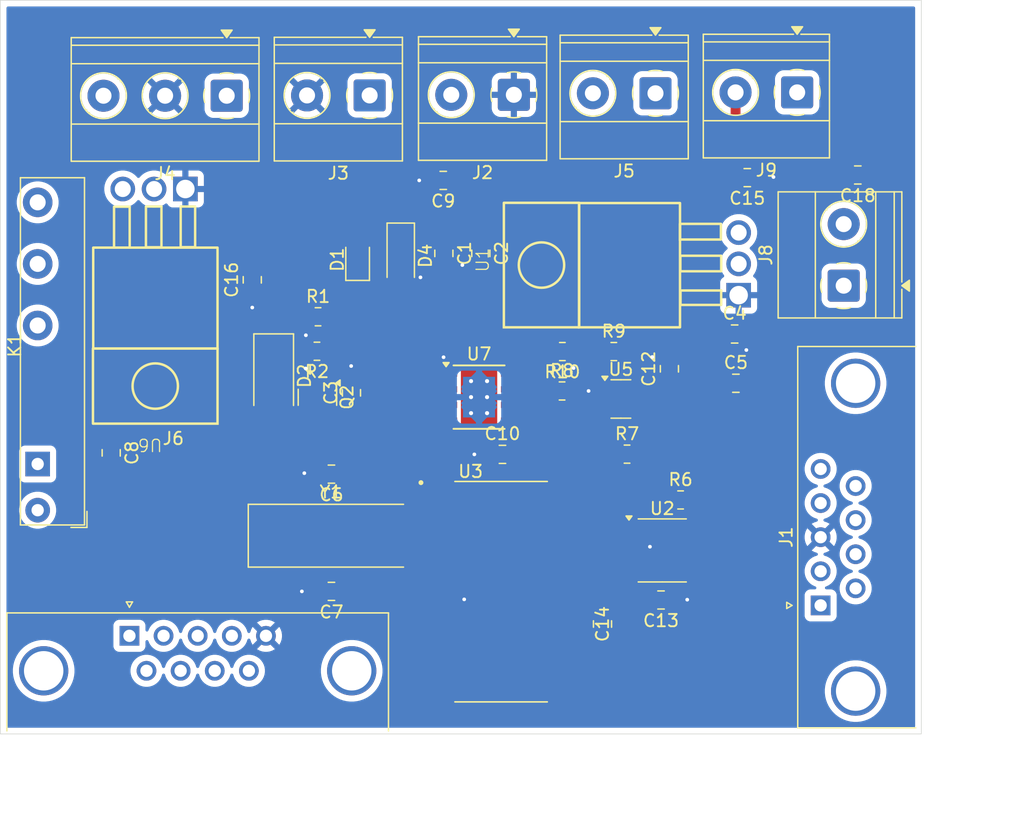
<source format=kicad_pcb>
(kicad_pcb (version 20241229) (generator "pcbnew") (generator_version "9.0")
  (layers (0 "F.Cu" signal) (2 "B.Cu" signal) (13 "F.Paste" user) (15 "B.Paste" user) (5 "F.SilkS" user "F.Silkscreen") (7 "B.SilkS" user "B.Silkscreen") (1 "F.Mask" user) (3 "B.Mask" user) (25 "Edge.Cuts" user))
  (net 0 "")
  (net 1 "GND")
  (net 2 "VBAT")
  (net 3 "Sensor_Pie_12V")
  (net 4 "VCC")
  (net 5 "Osc_1")
  (net 6 "VBATERIA")
  (net 7 "Net-(D2-A)")
  (net 9 "CAN+")
  (net 13 "CAN-")
  (net 15 "VRth")
  (net 16 "Motor-")
  (net 17 "Motor+")
  (net 19 "RX_USART")
  (net 25 "TX_USART")
  (net 26 "SENAL_RELE")
  (net 27 "Manual_Close")
  (net 28 "Net-(Q2-B)")
  (net 29 "INPUT_RELE")
  (net 30 "Net-(U2-Rs)")
  (net 31 "SENSE")
  (net 32 "Vopam")
  (net 34 "CAN_RX")
  (net 35 "CAN_TX")
  (net 36 "Sensor_Pie")
  (net 37 "PH_B")
  (net 38 "PH_A")
  (net 49 "Osc_2")
  (footprint "Resistor_SMD:R_0805_2012Metric" (layer "F.Cu") (at 78.3675 59.355)
    (property "Reference" "R7" (at 0 -1.65 0) (layer "F.SilkS"))
    (property "Value" "60")
    (pad "1" smd roundrect (at -0.9125 0) (size 1.025 1.4) (layers "F.Cu" "F.Mask" "F.Paste") (roundrect_rratio 0.243902) (net 9 "CAN+"))
    (pad "2" smd roundrect (at 0.9125 0) (size 1.025 1.4) (layers "F.Cu" "F.Mask" "F.Paste") (roundrect_rratio 0.243902) (net 13 "CAN-"))
  )
  (footprint "Capacitor_SMD:C_0805_2012Metric" (layer "F.Cu") (at 81.125 71.2 180)
    (property "Reference" "C13" (at 0 -1.68 0) (layer "F.SilkS"))
    (property "Value" "100n")
    (pad "1" smd roundrect (at -0.95 0 180) (size 1 1.45) (layers "F.Cu" "F.Mask" "F.Paste") (net 1 "GND"))
    (pad "2" smd roundrect (at 0.95 0 180) (size 1 1.45) (layers "F.Cu" "F.Mask" "F.Paste") (net 4 "VCC"))
  )
  (footprint "Diode_SMD:D_0805_2012Metric" (layer "F.Cu") (at 56.5 43.5625 90)
    (property "Reference" "D1" (at 0 -1.65 90) (layer "F.SilkS"))
    (property "Value" "RF601BGE2D")
    (pad "1" smd roundrect (at -0.9375 0 90) (size 0.975 1.4) (layers "F.Cu" "F.Mask" "F.Paste") (net 2 "VBAT"))
    (pad "2" smd roundrect (at 0.9375 0 90) (size 0.975 1.4) (layers "F.Cu" "F.Mask" "F.Paste") (net 6 "VBATERIA"))
  )
  (footprint "Package_SO:Texas_HTSOP-8-1EP_3.9x4.9mm_P1.27mm_EP2.95x4.9mm_Mask2.4x3.1mm_ThermalVias" (layer "F.Cu") (at 66.355 54.725)
    (property "Reference" "U7" (at 0 -3.5 0) (layer "F.SilkS"))
    (property "Value" "DRV8870DDA")
    (pad "1" smd rect (at -2.875 -1.905) (size 2.2 0.5) (layers "F.Cu" "F.Mask" "F.Paste") (net 1 "GND"))
    (pad "2" smd rect (at -2.875 -0.635) (size 2.2 0.5) (layers "F.Cu" "F.Mask" "F.Paste") (net 37 "PH_B"))
    (pad "3" smd rect (at -2.875 0.635) (size 2.2 0.5) (layers "F.Cu" "F.Mask" "F.Paste") (net 38 "PH_A"))
    (pad "4" smd rect (at -2.875 1.905) (size 2.2 0.5) (layers "F.Cu" "F.Mask" "F.Paste"))
    (pad "5" smd rect (at 2.875 1.905) (size 2.2 0.5) (layers "F.Cu" "F.Mask" "F.Paste") (net 2 "VBAT"))
    (pad "6" smd rect (at 2.875 0.635) (size 2.2 0.5) (layers "F.Cu" "F.Mask" "F.Paste") (net 17 "Motor+"))
    (pad "7" smd rect (at 2.875 -0.635) (size 2.2 0.5) (layers "F.Cu" "F.Mask" "F.Paste") (net 31 "SENSE"))
    (pad "8" smd rect (at 2.875 -1.905) (size 2.2 0.5) (layers "F.Cu" "F.Mask" "F.Paste") (net 16 "Motor-"))
    (pad "9" thru_hole circle (at -0.65 -1.3) (size 0.63 0.63) (drill 0.33) (layers "*.Cu" "*.Mask") (net 1 "GND"))
    (pad "9" thru_hole circle (at -0.65 0) (size 0.63 0.63) (drill 0.33) (layers "*.Cu" "*.Mask") (net 1 "GND"))
    (pad "9" thru_hole circle (at -0.65 1.3) (size 0.63 0.63) (drill 0.33) (layers "*.Cu" "*.Mask") (net 1 "GND"))
    (pad "9" smd rect (at 0 0) (size 2.6 3.3) (layers "B.Cu") (net 1 "GND"))
    (pad "9" smd rect (at 0 0) (size 2.95 4.9) (layers "F.Cu") (net 1 "GND"))
    (pad "9" thru_hole circle (at 0.65 -1.3) (size 0.63 0.63) (drill 0.33) (layers "*.Cu" "*.Mask") (net 1 "GND"))
    (pad "9" thru_hole circle (at 0.65 0) (size 0.63 0.63) (drill 0.33) (layers "*.Cu" "*.Mask") (net 1 "GND"))
    (pad "9" thru_hole circle (at 0.65 1.3) (size 0.63 0.63) (drill 0.33) (layers "*.Cu" "*.Mask") (net 1 "GND"))
  )
  (footprint "Capacitor_SMD:C_0805_2012Metric" (layer "F.Cu") (at 81.805 52.425 90)
    (property "Reference" "C12" (at 0 -1.68 90) (layer "F.SilkS"))
    (property "Value" "100n")
    (pad "1" smd roundrect (at -0.95 0 90) (size 1 1.45) (layers "F.Cu" "F.Mask" "F.Paste") (net 4 "VCC"))
    (pad "2" smd roundrect (at 0.95 0 90) (size 1 1.45) (layers "F.Cu" "F.Mask" "F.Paste") (net 1 "GND"))
  )
  (footprint "Capacitor_SMD:C_0805_2012Metric" (layer "F.Cu") (at 76.375 73.15 90)
    (property "Reference" "C14" (at 0 0 90) (layer "F.SilkS"))
    (property "Value" "100n")
    (pad "1" smd roundrect (at -0.95 0 90) (size 1 1.45) (layers "F.Cu" "F.Mask" "F.Paste") (net 1 "GND"))
    (pad "2" smd roundrect (at 0.95 0 90) (size 1 1.45) (layers "F.Cu" "F.Mask" "F.Paste") (net 4 "VCC"))
  )
  (footprint "Capacitor_SMD:C_0805_2012Metric" (layer "F.Cu") (at 63.45 37.125 180)
    (property "Reference" "C9" (at 0 -1.68 0) (layer "F.SilkS"))
    (property "Value" "100n")
    (pad "1" smd roundrect (at -0.95 0 180) (size 1 1.45) (layers "F.Cu" "F.Mask" "F.Paste") (net 15 "VRth"))
    (pad "2" smd roundrect (at 0.95 0 180) (size 1 1.45) (layers "F.Cu" "F.Mask" "F.Paste") (net 1 "GND"))
  )
  (footprint "Resistor_SMD:R_0805_2012Metric" (layer "F.Cu") (at 53.2875 48.2)
    (property "Reference" "R1" (at 0 -1.65 0) (layer "F.SilkS"))
    (property "Value" "10k")
    (pad "1" smd roundrect (at -0.9125 0) (size 1.025 1.4) (layers "F.Cu" "F.Mask" "F.Paste") (roundrect_rratio 0.243902) (net 29 "INPUT_RELE"))
    (pad "2" smd roundrect (at 0.9125 0) (size 1.025 1.4) (layers "F.Cu" "F.Mask" "F.Paste") (roundrect_rratio 0.243902) (net 28 "Net-(Q2-B)"))
  )
  (footprint "Resistor_SMD:R_0805_2012Metric" (layer "F.Cu") (at 77.2925 51.025)
    (property "Reference" "R9" (at 0 -1.65 0) (layer "F.SilkS"))
    (property "Value" "49k")
    (pad "1" smd roundrect (at -0.9125 0) (size 1.025 1.4) (layers "F.Cu" "F.Mask" "F.Paste") (roundrect_rratio 0.243902) (net 31 "SENSE"))
    (pad "2" smd roundrect (at 0.9125 0) (size 1.025 1.4) (layers "F.Cu" "F.Mask" "F.Paste") (roundrect_rratio 0.243902) (net 32 "Vopam"))
  )
  (footprint "TerminalBlock_Phoenix:TerminalBlock_Phoenix_MKDS-1,5-2-5.08_1x02_P5.08mm_Horizontal" (layer "F.Cu") (at 69.18 30.175 180)
    (property "Reference" "J2" (at 2.54 -6.32 0) (layer "F.SilkS"))
    (property "Value" "Conn_01x02")
    (pad "1" thru_hole roundrect (at 0 0 180) (size 2.6 2.6) (drill 1.3) (layers "*.Cu" "*.Mask") (roundrect_rratio 0.096154) (net 1 "GND"))
    (pad "2" thru_hole circle (at 5.08 0 180) (size 2.6 2.6) (drill 1.3) (layers "*.Cu" "*.Mask") (net 15 "VRth"))
  )
  (footprint "Capacitor_SMD:C_0805_2012Metric" (layer "F.Cu") (at 36.5 59.25 -90)
    (property "Reference" "C8" (at 0 -1.68 90) (layer "F.SilkS"))
    (property "Value" "100n")
    (pad "1" smd roundrect (at -0.95 0 270) (size 1 1.45) (layers "F.Cu" "F.Mask" "F.Paste") (net 4 "VCC"))
    (pad "2" smd roundrect (at 0.95 0 270) (size 1 1.45) (layers "F.Cu" "F.Mask" "F.Paste") (net 1 "GND"))
  )
  (footprint "Capacitor_SMD:C_0805_2012Metric" (layer "F.Cu") (at 63.5 43.05 -90)
    (property "Reference" "C1" (at 0 -1.68 90) (layer "F.SilkS"))
    (property "Value" "100n")
    (pad "1" smd roundrect (at -0.95 0 270) (size 1 1.45) (layers "F.Cu" "F.Mask" "F.Paste") (net 2 "VBAT"))
    (pad "2" smd roundrect (at 0.95 0 270) (size 1 1.45) (layers "F.Cu" "F.Mask" "F.Paste") (net 1 "GND"))
  )
  (footprint "TerminalBlock_Phoenix:TerminalBlock_Phoenix_MKDS-1,5-2_1x02_P5.00mm_Horizontal" (layer "F.Cu") (at 95.95 45.675 90)
    (property "Reference" "J8" (at 2.5 -6.32 90) (layer "F.SilkS"))
    (property "Value" "Conn_01x02")
    (pad "1" thru_hole roundrect (at 0 0 90) (size 2.6 2.6) (drill 1.3) (layers "*.Cu" "*.Mask") (roundrect_rratio 0.096154) (net 26 "SENAL_RELE"))
    (pad "2" thru_hole circle (at 5 0 90) (size 2.6 2.6) (drill 1.3) (layers "*.Cu" "*.Mask") (net 4 "VCC"))
  )
  (footprint "Capacitor_SMD:C_0805_2012Metric" (layer "F.Cu") (at 54.375 60.98 180)
    (property "Reference" "C6" (at 0 -1.68 0) (layer "F.SilkS"))
    (property "Value" "15pF")
    (pad "1" smd roundrect (at -0.95 0 180) (size 1 1.45) (layers "F.Cu" "F.Mask" "F.Paste") (net 5 "Osc_1"))
    (pad "2" smd roundrect (at 0.95 0 180) (size 1 1.45) (layers "F.Cu" "F.Mask" "F.Paste") (net 1 "GND"))
  )
  (footprint "Capacitor_SMD:C_0805_2012Metric" (layer "F.Cu") (at 87.2 53.6)
    (property "Reference" "C5" (at 0 -1.68 0) (layer "F.SilkS"))
    (property "Value" "1u")
    (pad "1" smd roundrect (at -0.95 0) (size 1 1.45) (layers "F.Cu" "F.Mask" "F.Paste") (net 4 "VCC"))
    (pad "2" smd roundrect (at 0.95 0) (size 1 1.45) (layers "F.Cu" "F.Mask" "F.Paste") (net 1 "GND"))
  )
  (footprint "Capacitor_SMD:C_0805_2012Metric" (layer "F.Cu") (at 68.255 59.375)
    (property "Reference" "C10" (at 0 -1.68 0) (layer "F.SilkS"))
    (property "Value" "100n")
    (pad "1" smd roundrect (at -0.95 0) (size 1 1.45) (layers "F.Cu" "F.Mask" "F.Paste") (net 1 "GND"))
    (pad "2" smd roundrect (at 0.95 0) (size 1 1.45) (layers "F.Cu" "F.Mask" "F.Paste") (net 2 "VBAT"))
  )
  (footprint "Library:LT1117" (layer "F.Cu") (at 39.98 62.425 180)
    (property "Reference" "U6" (at 0.32 3.82 180) (layer "F.SilkS") (effects (font (thickness 0.1))))
    (property "Value" "LM1084-5.0")
    (pad "1" thru_hole rect (at -2.54 24.6 180) (size 2 2) (drill 1.5) (layers "*.Cu" "*.Mask") (net 1 "GND"))
    (pad "2" thru_hole circle (at 0 24.6 180) (size 2 2) (drill 1.3) (layers "*.Cu" "*.Mask") (net 36 "Sensor_Pie"))
    (pad "3" thru_hole circle (at 2.54 24.6 180) (size 2 2) (drill 1.3) (layers "*.Cu" "*.Mask") (net 3 "Sensor_Pie_12V"))
  )
  (footprint "Capacitor_SMD:C_0805_2012Metric" (layer "F.Cu") (at 88.125 36.9 180)
    (property "Reference" "C15" (at 0 -1.68 0) (layer "F.SilkS"))
    (property "Value" "100n")
    (pad "1" smd roundrect (at -0.95 0 180) (size 1 1.45) (layers "F.Cu" "F.Mask" "F.Paste") (net 1 "GND"))
    (pad "2" smd roundrect (at 0.95 0 180) (size 1 1.45) (layers "F.Cu" "F.Mask" "F.Paste") (net 4 "VCC"))
  )
  (footprint "Capacitor_SMD:C_0805_2012Metric" (layer "F.Cu") (at 47.95 45.2 90)
    (property "Reference" "C16" (at 0 -1.68 90) (layer "F.SilkS"))
    (property "Value" "100n")
    (pad "1" smd roundrect (at -0.95 0 90) (size 1 1.45) (layers "F.Cu" "F.Mask" "F.Paste") (net 1 "GND"))
    (pad "2" smd roundrect (at 0.95 0 90) (size 1 1.45) (layers "F.Cu" "F.Mask" "F.Paste") (net 2 "VBAT"))
  )
  (footprint "Capacitor_SMD:C_0805_2012Metric" (layer "F.Cu") (at 56 54.375 90)
    (property "Reference" "C3" (at 0 -1.68 90) (layer "F.SilkS"))
    (property "Value" "100n")
    (pad "1" smd roundrect (at -0.95 0 90) (size 1 1.45) (layers "F.Cu" "F.Mask" "F.Paste") (net 3 "Sensor_Pie_12V"))
    (pad "2" smd roundrect (at 0.95 0 90) (size 1 1.45) (layers "F.Cu" "F.Mask" "F.Paste") (net 1 "GND"))
  )
  (footprint "Crystal:Crystal_SMD_HC49-SD" (layer "F.Cu") (at 54.325 65.98)
    (property "Reference" "Y1" (at 0 -3.55 0) (layer "F.SilkS"))
    (property "Value" "4MHz")
    (pad "1" smd rect (at -4.25 0) (size 4.5 2) (layers "F.Cu" "F.Mask" "F.Paste") (net 49 "Osc_2"))
    (pad "2" smd rect (at 4.25 0) (size 4.5 2) (layers "F.Cu" "F.Mask" "F.Paste") (net 5 "Osc_1"))
  )
  (footprint "TerminalBlock_Phoenix:TerminalBlock_Phoenix_MKDS-1,5-2-5.08_1x02_P5.08mm_Horizontal" (layer "F.Cu") (at 80.675 30.05 180)
    (property "Reference" "J5" (at 2.54 -6.32 0) (layer "F.SilkS"))
    (property "Value" "Conn_01x02")
    (pad "1" thru_hole roundrect (at 0 0 180) (size 2.6 2.6) (drill 1.3) (layers "*.Cu" "*.Mask") (roundrect_rratio 0.096154) (net 16 "Motor-"))
    (pad "2" thru_hole circle (at 5.08 0 180) (size 2.6 2.6) (drill 1.3) (layers "*.Cu" "*.Mask") (net 17 "Motor+"))
  )
  (footprint "Resistor_SMD:R_0805_2012Metric" (layer "F.Cu") (at 53.2 51 180)
    (property "Reference" "R2" (at 0 -1.65 0) (layer "F.SilkS"))
    (property "Value" "10k")
    (pad "1" smd roundrect (at -0.9125 0 180) (size 1.025 1.4) (layers "F.Cu" "F.Mask" "F.Paste") (roundrect_rratio 0.243902) (net 28 "Net-(Q2-B)"))
    (pad "2" smd roundrect (at 0.9125 0 180) (size 1.025 1.4) (layers "F.Cu" "F.Mask" "F.Paste") (roundrect_rratio 0.243902) (net 1 "GND"))
  )
  (footprint "Connector_Dsub:DSUB-9_Pins_Horizontal_P2.77x2.84mm_EdgePinOffset4.94mm_Housed_MountingHolesOffset4.94mm" (layer "F.Cu") (at 94.079669 71.64 90)
    (property "Reference" "J1" (at 5.54 -2.8 90) (layer "F.SilkS"))
    (property "Value" "DE9_Pins")
    (pad "0" thru_hole circle (at -6.96 2.84 90) (size 4 4) (drill 3.2) (layers "*.Cu" "*.Mask"))
    (pad "0" thru_hole circle (at 18.04 2.84 90) (size 4 4) (drill 3.2) (layers "*.Cu" "*.Mask"))
    (pad "1" thru_hole rect (at 0 0 90) (size 1.6 1.6) (drill 1) (layers "*.Cu" "*.Mask"))
    (pad "2" thru_hole circle (at 2.77 0 90) (size 1.6 1.6) (drill 1) (layers "*.Cu" "*.Mask") (net 9 "CAN+"))
    (pad "3" thru_hole circle (at 5.54 0 90) (size 1.6 1.6) (drill 1) (layers "*.Cu" "*.Mask") (net 1 "GND"))
    (pad "4" thru_hole circle (at 8.31 0 90) (size 1.6 1.6) (drill 1) (layers "*.Cu" "*.Mask"))
    (pad "5" thru_hole circle (at 11.08 0 90) (size 1.6 1.6) (drill 1) (layers "*.Cu" "*.Mask"))
    (pad "6" thru_hole circle (at 1.385 2.84 90) (size 1.6 1.6) (drill 1) (layers "*.Cu" "*.Mask"))
    (pad "7" thru_hole circle (at 4.155 2.84 90) (size 1.6 1.6) (drill 1) (layers "*.Cu" "*.Mask") (net 13 "CAN-"))
    (pad "8" thru_hole circle (at 6.925 2.84 90) (size 1.6 1.6) (drill 1) (layers "*.Cu" "*.Mask"))
    (pad "9" thru_hole circle (at 9.695 2.84 90) (size 1.6 1.6) (drill 1) (layers "*.Cu" "*.Mask") (net 4 "VCC"))
  )
  (footprint "Relay_THT:Relay_SPDT_Finder_34.51_Vertical" (layer "F.Cu") (at 30.5325 60.1575 90)
    (property "Reference" "K1" (at 9.635 -1.86 90) (layer "F.SilkS"))
    (property "Value" "FINDER-34.51")
    (pad "11" thru_hole circle (at 16.25 0 90) (size 2.4 2.4) (drill 1.3) (layers "*.Cu" "*.Mask") (net 2 "VBAT"))
    (pad "12" thru_hole circle (at 11.25 0 90) (size 2.4 2.4) (drill 1.3) (layers "*.Cu" "*.Mask") (net 2 "VBAT"))
    (pad "14" thru_hole circle (at 21.25 0 90) (size 2.4 2.4) (drill 1.3) (layers "*.Cu" "*.Mask") (net 15 "VRth"))
    (pad "A1" thru_hole rect (at 0 0 90) (size 2 2) (drill 1) (layers "*.Cu" "*.Mask") (net 4 "VCC"))
    (pad "A2" thru_hole circle (at -3.75 0 90) (size 2 2) (drill 1) (layers "*.Cu" "*.Mask") (net 7 "Net-(D2-A)"))
  )
  (footprint "Package_TO_SOT_SMD:SOT-23-5" (layer "F.Cu") (at 77.8675 54.875)
    (property "Reference" "U5" (at 0 -2.4 0) (layer "F.SilkS"))
    (property "Value" "LM321")
    (pad "1" smd roundrect (at -1.1375 -0.95) (size 1.325 0.6) (layers "F.Cu" "F.Mask" "F.Paste") (net 31 "SENSE"))
    (pad "2" smd roundrect (at -1.1375 0) (size 1.325 0.6) (layers "F.Cu" "F.Mask" "F.Paste") (net 1 "GND"))
    (pad "3" smd roundrect (at -1.1375 0.95) (size 1.325 0.6) (layers "F.Cu" "F.Mask" "F.Paste") (net 1 "GND"))
    (pad "4" smd roundrect (at 1.1375 0.95) (size 1.325 0.6) (layers "F.Cu" "F.Mask" "F.Paste") (net 32 "Vopam"))
    (pad "5" smd roundrect (at 1.1375 -0.95) (size 1.325 0.6) (layers "F.Cu" "F.Mask" "F.Paste") (net 4 "VCC"))
  )
  (footprint "Resistor_SMD:R_0805_2012Metric" (layer "F.Cu") (at 73.1175 51.025 180)
    (property "Reference" "R10" (at 0 -1.65 0) (layer "F.SilkS"))
    (property "Value" "1k")
    (pad "1" smd roundrect (at -0.9125 0 180) (size 1.025 1.4) (layers "F.Cu" "F.Mask" "F.Paste") (roundrect_rratio 0.243902) (net 1 "GND"))
    (pad "2" smd roundrect (at 0.9125 0 180) (size 1.025 1.4) (layers "F.Cu" "F.Mask" "F.Paste") (roundrect_rratio 0.243902) (net 31 "SENSE"))
  )
  (footprint "Capacitor_SMD:C_0805_2012Metric" (layer "F.Cu") (at 54.375 70.5 180)
    (property "Reference" "C7" (at 0 -1.68 0) (layer "F.SilkS"))
    (property "Value" "15pF")
    (pad "1" smd roundrect (at -0.95 0 180) (size 1 1.45) (layers "F.Cu" "F.Mask" "F.Paste") (net 49 "Osc_2"))
    (pad "2" smd roundrect (at 0.95 0 180) (size 1 1.45) (layers "F.Cu" "F.Mask" "F.Paste") (net 1 "GND"))
  )
  (footprint "Capacitor_SMD:C_0805_2012Metric" (layer "F.Cu") (at 87.1 49.6)
    (property "Reference" "C4" (at 0 -1.68 0) (layer "F.SilkS"))
    (property "Value" "100n")
    (pad "1" smd roundrect (at -0.95 0) (size 1 1.45) (layers "F.Cu" "F.Mask" "F.Paste") (net 4 "VCC"))
    (pad "2" smd roundrect (at 0.95 0) (size 1 1.45) (layers "F.Cu" "F.Mask" "F.Paste") (net 1 "GND"))
  )
  (footprint "TerminalBlock_Phoenix:TerminalBlock_Phoenix_MKDS-1,5-3_1x03_P5.00mm_Horizontal" (layer "F.Cu") (at 45.875 30.25 180)
    (property "Reference" "J4" (at 5 -6.32 0) (layer "F.SilkS"))
    (property "Value" "Conn_01x03")
    (pad "1" thru_hole roundrect (at 0 0 180) (size 2.6 2.6) (drill 1.3) (layers "*.Cu" "*.Mask") (roundrect_rratio 0.096154) (net 2 "VBAT"))
    (pad "2" thru_hole circle (at 5 0 180) (size 2.6 2.6) (drill 1.3) (layers "*.Cu" "*.Mask") (net 1 "GND"))
    (pad "3" thru_hole circle (at 10 0 180) (size 2.6 2.6) (drill 1.3) (layers "*.Cu" "*.Mask") (net 3 "Sensor_Pie_12V"))
  )
  (footprint "Library:LT1117" (layer "F.Cu") (at 62.825 43.905 90)
    (property "Reference" "U1" (at 0.32 3.82 90) (layer "F.SilkS") (effects (font (thickness 0.1))))
    (property "Value" "LM1084-5.0")
    (pad "1" thru_hole rect (at -2.54 24.6 90) (size 2 2) (drill 1.5) (layers "*.Cu" "*.Mask") (net 1 "GND"))
    (pad "2" thru_hole circle (at 0 24.6 90) (size 2 2) (drill 1.3) (layers "*.Cu" "*.Mask") (net 4 "VCC"))
    (pad "3" thru_hole circle (at 2.54 24.6 90) (size 2 2) (drill 1.3) (layers "*.Cu" "*.Mask") (net 2 "VBAT"))
  )
  (footprint "Diode_SMD:D_MiniMELF" (layer "F.Cu") (at 60 43.25 -90)
    (property "Reference" "D4" (at 0 -2 90) (layer "F.SilkS"))
    (property "Value" "BZV55C12")
    (pad "1" smd roundrect (at -1.75 0 270) (size 1.3 1.7) (layers "F.Cu" "F.Mask" "F.Paste") (roundrect_rratio 0.1923076923) (net 2 "VBAT"))
    (pad "2" smd roundrect (at 1.75 0 270) (size 1.3 1.7) (layers "F.Cu" "F.Mask" "F.Paste") (roundrect_rratio 0.1923076923) (net 1 "GND"))
  )
  (footprint "Diode_SMD:D_MELF" (layer "F.Cu") (at 49.6875 53 -90)
    (property "Reference" "D2" (at 0 -2.5 90) (layer "F.SilkS"))
    (property "Value" "SM4001")
    (pad "1" smd roundrect (at -2.4 0 270) (size 1.5 2.7) (layers "F.Cu" "F.Mask" "F.Paste") (roundrect_rratio 0.1666666667) (net 4 "VCC"))
    (pad "2" smd roundrect (at 2.4 0 270) (size 1.5 2.7) (layers "F.Cu" "F.Mask" "F.Paste") (roundrect_rratio 0.1666666667) (net 7 "Net-(D2-A)"))
  )
  (footprint "Capacitor_SMD:C_0805_2012Metric" (layer "F.Cu") (at 66.5 43.05 -90)
    (property "Reference" "C2" (at 0 -1.68 90) (layer "F.SilkS"))
    (property "Value" "1u")
    (pad "1" smd roundrect (at -0.95 0 270) (size 1 1.45) (layers "F.Cu" "F.Mask" "F.Paste") (net 2 "VBAT"))
    (pad "2" smd roundrect (at 0.95 0 270) (size 1 1.45) (layers "F.Cu" "F.Mask" "F.Paste") (net 1 "GND"))
  )
  (footprint "Resistor_SMD:R_0805_2012Metric" (layer "F.Cu") (at 73.0925 54.225)
    (property "Reference" "R8" (at 0 -1.65 0) (layer "F.SilkS"))
    (property "Value" "0.1")
    (pad "1" smd roundrect (at -0.9125 0) (size 1.025 1.4) (layers "F.Cu" "F.Mask" "F.Paste") (roundrect_rratio 0.243902) (net 31 "SENSE"))
    (pad "2" smd roundrect (at 0.9125 0) (size 1.025 1.4) (layers "F.Cu" "F.Mask" "F.Paste") (roundrect_rratio 0.243902) (net 1 "GND"))
  )
  (footprint "Package_SO:SOIC-8_3.9x4.9mm_P1.27mm" (layer "F.Cu") (at 81.225 67.175)
    (property "Reference" "U2" (at 0 -3.4 0) (layer "F.SilkS"))
    (property "Value" "MCP2551-I-SN")
    (pad "1" smd roundrect (at -2.475 -1.905) (size 1.95 0.6) (layers "F.Cu" "F.Mask" "F.Paste") (net 35 "CAN_TX"))
    (pad "2" smd roundrect (at -2.475 -0.635) (size 1.95 0.6) (layers "F.Cu" "F.Mask" "F.Paste") (net 1 "GND"))
    (pad "3" smd roundrect (at -2.475 0.635) (size 1.95 0.6) (layers "F.Cu" "F.Mask" "F.Paste") (net 4 "VCC"))
    (pad "4" smd roundrect (at -2.475 1.905) (size 1.95 0.6) (layers "F.Cu" "F.Mask" "F.Paste") (net 34 "CAN_RX"))
    (pad "5" smd roundrect (at 2.475 1.905) (size 1.95 0.6) (layers "F.Cu" "F.Mask" "F.Paste"))
    (pad "6" smd roundrect (at 2.475 0.635) (size 1.95 0.6) (layers "F.Cu" "F.Mask" "F.Paste") (net 13 "CAN-"))
    (pad "7" smd roundrect (at 2.475 -0.635) (size 1.95 0.6) (layers "F.Cu" "F.Mask" "F.Paste") (net 9 "CAN+"))
    (pad "8" smd roundrect (at 2.475 -1.905) (size 1.95 0.6) (layers "F.Cu" "F.Mask" "F.Paste") (net 30 "Net-(U2-Rs)"))
  )
  (footprint "PIC18F258-I_SO (1):SOIC127P1030X265-28N" (layer "F.Cu") (at 68.145 70.525)
    (property "Reference" "U3" (at -2.475 -9.762 0) (layer "F.SilkS"))
    (property "Value" "PIC18F258-I_SO")
    (pad "1" smd roundrect (at -4.605 -8.255) (size 1.9 0.6) (layers "F.Cu" "F.Mask" "F.Paste") (roundrect_rratio 0.125))
    (pad "2" smd roundrect (at -4.605 -6.985) (size 1.9 0.6) (layers "F.Cu" "F.Mask" "F.Paste") (roundrect_rratio 0.125))
    (pad "3" smd roundrect (at -4.605 -5.715) (size 1.9 0.6) (layers "F.Cu" "F.Mask" "F.Paste") (roundrect_rratio 0.125))
    (pad "4" smd roundrect (at -4.605 -4.445) (size 1.9 0.6) (layers "F.Cu" "F.Mask" "F.Paste") (roundrect_rratio 0.125) (net 38 "PH_A"))
    (pad "5" smd roundrect (at -4.605 -3.175) (size 1.9 0.6) (layers "F.Cu" "F.Mask" "F.Paste") (roundrect_rratio 0.125) (net 37 "PH_B"))
    (pad "6" smd roundrect (at -4.605 -1.905) (size 1.9 0.6) (layers "F.Cu" "F.Mask" "F.Paste") (roundrect_rratio 0.125))
    (pad "7" smd roundrect (at -4.605 -0.635) (size 1.9 0.6) (layers "F.Cu" "F.Mask" "F.Paste") (roundrect_rratio 0.125) (net 32 "Vopam"))
    (pad "8" smd roundrect (at -4.605 0.635) (size 1.9 0.6) (layers "F.Cu" "F.Mask" "F.Paste") (roundrect_rratio 0.125) (net 1 "GND"))
    (pad "9" smd roundrect (at -4.605 1.905) (size 1.9 0.6) (layers "F.Cu" "F.Mask" "F.Paste") (roundrect_rratio 0.125) (net 5 "Osc_1"))
    (pad "10" smd roundrect (at -4.605 3.175) (size 1.9 0.6) (layers "F.Cu" "F.Mask" "F.Paste") (roundrect_rratio 0.125) (net 49 "Osc_2"))
    (pad "11" smd roundrect (at -4.605 4.445) (size 1.9 0.6) (layers "F.Cu" "F.Mask" "F.Paste") (roundrect_rratio 0.125))
    (pad "12" smd roundrect (at -4.605 5.715) (size 1.9 0.6) (layers "F.Cu" "F.Mask" "F.Paste") (roundrect_rratio 0.125))
    (pad "13" smd roundrect (at -4.605 6.985) (size 1.9 0.6) (layers "F.Cu" "F.Mask" "F.Paste") (roundrect_rratio 0.125))
    (pad "14" smd roundrect (at -4.605 8.255) (size 1.9 0.6) (layers "F.Cu" "F.Mask" "F.Paste") (roundrect_rratio 0.125))
    (pad "15" smd roundrect (at 4.605 8.255) (size 1.9 0.6) (layers "F.Cu" "F.Mask" "F.Paste") (roundrect_rratio 0.125))
    (pad "16" smd roundrect (at 4.605 6.985) (size 1.9 0.6) (layers "F.Cu" "F.Mask" "F.Paste") (roundrect_rratio 0.125))
    (pad "17" smd roundrect (at 4.605 5.715) (size 1.9 0.6) (layers "F.Cu" "F.Mask" "F.Paste") (roundrect_rratio 0.125) (net 25 "TX_USART"))
    (pad "18" smd roundrect (at 4.605 4.445) (size 1.9 0.6) (layers "F.Cu" "F.Mask" "F.Paste") (roundrect_rratio 0.125) (net 19 "RX_USART"))
    (pad "19" smd roundrect (at 4.605 3.175) (size 1.9 0.6) (layers "F.Cu" "F.Mask" "F.Paste") (roundrect_rratio 0.125) (net 1 "GND"))
    (pad "20" smd roundrect (at 4.605 1.905) (size 1.9 0.6) (layers "F.Cu" "F.Mask" "F.Paste") (roundrect_rratio 0.125) (net 4 "VCC"))
    (pad "21" smd roundrect (at 4.605 0.635) (size 1.9 0.6) (layers "F.Cu" "F.Mask" "F.Paste") (roundrect_rratio 0.125) (net 36 "Sensor_Pie"))
    (pad "22" smd roundrect (at 4.605 -0.635) (size 1.9 0.6) (layers "F.Cu" "F.Mask" "F.Paste") (roundrect_rratio 0.125) (net 26 "SENAL_RELE"))
    (pad "23" smd roundrect (at 4.605 -1.905) (size 1.9 0.6) (layers "F.Cu" "F.Mask" "F.Paste") (roundrect_rratio 0.125) (net 35 "CAN_TX"))
    (pad "24" smd roundrect (at 4.605 -3.175) (size 1.9 0.6) (layers "F.Cu" "F.Mask" "F.Paste") (roundrect_rratio 0.125) (net 34 "CAN_RX"))
    (pad "25" smd roundrect (at 4.605 -4.445) (size 1.9 0.6) (layers "F.Cu" "F.Mask" "F.Paste") (roundrect_rratio 0.125) (net 29 "INPUT_RELE"))
    (pad "26" smd roundrect (at 4.605 -5.715) (size 1.9 0.6) (layers "F.Cu" "F.Mask" "F.Paste") (roundrect_rratio 0.125))
    (pad "27" smd roundrect (at 4.605 -6.985) (size 1.9 0.6) (layers "F.Cu" "F.Mask" "F.Paste") (roundrect_rratio 0.125) (net 27 "Manual_Close"))
    (pad "28" smd roundrect (at 4.605 -8.255) (size 1.9 0.6) (layers "F.Cu" "F.Mask" "F.Paste") (roundrect_rratio 0.125))
  )
  (footprint "Package_TO_SOT_SMD:SOT-23" (layer "F.Cu") (at 53.2375 54.7375 -90)
    (property "Reference" "Q2" (at 0 -2.4 90) (layer "F.SilkS"))
    (property "Value" "MMBT5550L")
    (pad "1" smd roundrect (at -0.9375 -0.95 270) (size 1.475 0.6) (layers "F.Cu" "F.Mask" "F.Paste") (net 28 "Net-(Q2-B)"))
    (pad "2" smd roundrect (at -0.9375 0.95 270) (size 1.475 0.6) (layers "F.Cu" "F.Mask" "F.Paste") (net 1 "GND"))
    (pad "3" smd roundrect (at 0.9375 0 270) (size 1.475 0.6) (layers "F.Cu" "F.Mask" "F.Paste") (net 7 "Net-(D2-A)"))
  )
  (footprint "Capacitor_SMD:C_0805_2012Metric" (layer "F.Cu") (at 97.095 36.685 180)
    (property "Reference" "C18" (at 0 -1.68 0) (layer "F.SilkS"))
    (property "Value" "100n")
    (pad "1" smd roundrect (at -0.95 0 180) (size 1 1.45) (layers "F.Cu" "F.Mask" "F.Paste") (net 1 "GND"))
    (pad "2" smd roundrect (at 0.95 0 180) (size 1 1.45) (layers "F.Cu" "F.Mask" "F.Paste") (net 4 "VCC"))
  )
  (footprint "TerminalBlock_Phoenix:TerminalBlock_Phoenix_MKDS-1,5-2_1x02_P5.00mm_Horizontal" (layer "F.Cu") (at 92.175 29.9775 180)
    (property "Reference" "J9" (at 2.5 -6.32 0) (layer "F.SilkS"))
    (property "Value" "Conn_01x02")
    (pad "1" thru_hole roundrect (at 0 0 180) (size 2.6 2.6) (drill 1.3) (layers "*.Cu" "*.Mask") (roundrect_rratio 0.096154) (net 27 "Manual_Close"))
    (pad "2" thru_hole circle (at 5 0 180) (size 2.6 2.6) (drill 1.3) (layers "*.Cu" "*.Mask") (net 4 "VCC"))
  )
  (footprint "TerminalBlock_Phoenix:TerminalBlock_Phoenix_MKDS-1,5-2-5.08_1x02_P5.08mm_Horizontal" (layer "F.Cu") (at 57.475 30.225 180)
    (property "Reference" "J3" (at 2.54 -6.32 0) (layer "F.SilkS"))
    (property "Value" "Conn_01x02")
    (pad "1" thru_hole roundrect (at 0 0 180) (size 2.6 2.6) (drill 1.3) (layers "*.Cu" "*.Mask") (roundrect_rratio 0.096154) (net 6 "VBATERIA"))
    (pad "2" thru_hole circle (at 5.08 0 180) (size 2.6 2.6) (drill 1.3) (layers "*.Cu" "*.Mask") (net 1 "GND"))
  )
  (footprint "Resistor_SMD:R_0805_2012Metric" (layer "F.Cu") (at 82.7125 63.075)
    (property "Reference" "R6" (at 0 -1.65 0) (layer "F.SilkS"))
    (property "Value" "10k")
    (pad "1" smd roundrect (at -0.9125 0) (size 1.025 1.4) (layers "F.Cu" "F.Mask" "F.Paste") (roundrect_rratio 0.243902) (net 1 "GND"))
    (pad "2" smd roundrect (at 0.9125 0) (size 1.025 1.4) (layers "F.Cu" "F.Mask" "F.Paste") (roundrect_rratio 0.243902) (net 30 "Net-(U2-Rs)"))
  )
  (footprint "Connector_Dsub:DSUB-9_Pins_Horizontal_P2.77x2.84mm_EdgePinOffset4.94mm_Housed_MountingHolesOffset4.94mm" (layer "F.Cu") (at 37.98 74.11)
    (property "Reference" "J6" (at 3.565 -16.025 0) (layer "F.SilkS"))
    (property "Value" "DE9_Pins")
    (pad "0" thru_hole circle (at -6.96 2.84) (size 4 4) (drill 3.2) (layers "*.Cu" "*.Mask"))
    (pad "0" thru_hole circle (at 18.04 2.84) (size 4 4) (drill 3.2) (layers "*.Cu" "*.Mask"))
    (pad "1" thru_hole rect (at 0 0) (size 1.6 1.6) (drill 1) (layers "*.Cu" "*.Mask"))
    (pad "2" thru_hole circle (at 2.77 0) (size 1.6 1.6) (drill 1) (layers "*.Cu" "*.Mask") (net 19 "RX_USART"))
    (pad "3" thru_hole circle (at 5.54 0) (size 1.6 1.6) (drill 1) (layers "*.Cu" "*.Mask") (net 25 "TX_USART"))
    (pad "4" thru_hole circle (at 8.31 0) (size 1.6 1.6) (drill 1) (layers "*.Cu" "*.Mask"))
    (pad "5" thru_hole circle (at 11.08 0) (size 1.6 1.6) (drill 1) (layers "*.Cu" "*.Mask") (net 1 "GND"))
    (pad "6" thru_hole circle (at 1.385 2.84) (size 1.6 1.6) (drill 1) (layers "*.Cu" "*.Mask"))
    (pad "7" thru_hole circle (at 4.155 2.84) (size 1.6 1.6) (drill 1) (layers "*.Cu" "*.Mask"))
    (pad "8" thru_hole circle (at 6.925 2.84) (size 1.6 1.6) (drill 1) (layers "*.Cu" "*.Mask"))
    (pad "9" thru_hole circle (at 9.695 2.84) (size 1.6 1.6) (drill 1) (layers "*.Cu" "*.Mask"))
  )
  (gr_rect (start 27.5 22.5) (end 102.25 82.075) (stroke (width 0.05)) (fill no) (layer "Edge.Cuts"))
  (segment (start 65.975 59.375) (end 67.305 59.375) (width 0.4) (layer "F.Cu") (net 1))
  (segment (start 88.05 50.9) (end 88.05 49.6) (width 0.4) (layer "F.Cu") (net 1))
  (segment (start 81.795 51.465) (end 81.805 51.475) (width 0.4) (layer "F.Cu") (net 1))
  (segment (start 75.585 54.875) (end 76.73 54.875) (width 0.4) (layer "F.Cu") (net 1))
  (segment (start 76.73 54.875) (end 76.73 55.825) (width 0.4) (layer "F.Cu") (net 1))
  (segment (start 52.3 50.9875) (end 52.2875 51) (width 0.4) (layer "F.Cu") (net 1))
  (segment (start 75.245 54.225) (end 75.245 54.535) (width 0.4) (layer "F.Cu") (net 1))
  (segment (start 74.025 51.03) (end 74.03 51.025) (width 0.4) (layer "F.Cu") (net 1))
  (segment (start 63.475 51.485) (end 63.475 52.815) (width 0.4) (layer "F.Cu") (net 1))
  (segment (start 65 44) (end 63.5 44) (width 0.4) (layer "F.Cu") (net 1))
  (segment (start 47.95 47.3) (end 47.95 46.1) (width 0.4) (layer "F.Cu") (net 1))
  (segment (start 63.55 71.15) (end 63.54 71.16) (width 0.4) (layer "F.Cu") (net 1))
  (segment (start 62.5 37.125) (end 61.5 37.125) (width 0.2) (layer "F.Cu") (net 1))
  (segment (start 56 52.225) (end 55.975 52.2) (width 0.4) (layer "F.Cu") (net 1))
  (segment (start 75.245 54.535) (end 75.585 54.875) (width 0.4) (layer "F.Cu") (net 1))
  (segment (start 52.2875 53.8) (end 52.2875 52.4) (width 0.4) (layer "F.Cu") (net 1))
  (segment (start 75.245 54.225) (end 74.005 54.225) (width 0.4) (layer "F.Cu") (net 1))
  (segment (start 88.25 53.7) (end 88.15 53.6) (width 0.4) (layer "F.Cu") (net 1))
  (segment (start 74.025 52.365) (end 74.025 51.03) (width 0.4) (layer "F.Cu") (net 1))
  (segment (start 80.415 51.465) (end 81.795 51.465) (width 0.4) (layer "F.Cu") (net 1))
  (segment (start 61.6 45) (end 60 45) (width 0.4) (layer "F.Cu") (net 1))
  (segment (start 65.15 71.15) (end 63.55 71.15) (width 0.4) (layer "F.Cu") (net 1))
  (segment (start 90.25 36.85) (end 89.125 36.85) (width 0.8) (layer "F.Cu") (net 1))
  (segment (start 89.125 36.85) (end 89.075 36.9) (width 0.8) (layer "F.Cu") (net 1))
  (segment (start 56 53.425) (end 56 52.225) (width 0.4) (layer "F.Cu") (net 1))
  (segment (start 63.475 52.815) (end 63.48 52.82) (width 0.4) (layer "F.Cu") (net 1))
  (segment (start 52.3 49.7) (end 52.3 50.9875) (width 0.4) (layer "F.Cu") (net 1))
  (segment (start 51.975 70.5) (end 53.425 70.5) (width 0.4) (layer "F.Cu") (net 1))
  (via (at 51.975 70.5) (size 0.6) (drill 0.3) (layers "F.Cu" "B.Cu") (net 1))
  (via (at 52.2875 52.4) (size 0.6) (drill 0.3) (layers "F.Cu" "B.Cu") (net 1))
  (via (at 80.415 51.465) (size 0.6) (drill 0.3) (layers "F.Cu" "B.Cu") (net 1))
  (via (at 52.3 49.7) (size 0.6) (drill 0.3) (layers "F.Cu" "B.Cu") (net 1))
  (via (at 52.175 60.9) (size 0.6) (drill 0.3) (layers "F.Cu" "B.Cu") (net 1))
  (via (at 75.245 54.225) (size 0.6) (drill 0.3) (layers "F.Cu" "B.Cu") (net 1))
  (via (at 65.975 59.375) (size 0.6) (drill 0.3) (layers "F.Cu" "B.Cu") (net 1))
  (via (at 83.25 71.175) (size 0.6) (drill 0.3) (layers "F.Cu" "B.Cu") (net 1))
  (via (at 80.225 66.875) (size 0.6) (drill 0.3) (layers "F.Cu" "B.Cu") (net 1))
  (via (at 88.05 50.9) (size 0.6) (drill 0.3) (layers "F.Cu" "B.Cu") (net 1))
  (via (at 47.95 47.45) (size 0.6) (drill 0.3) (layers "F.Cu" "B.Cu") (net 1))
  (via (at 61.6 45) (size 0.6) (drill 0.3) (layers "F.Cu" "B.Cu") (net 1))
  (via (at 90.25 36.85) (size 0.6) (drill 0.3) (layers "F.Cu" "B.Cu") (net 1))
  (via (at 74.025 52.365) (size 0.6) (drill 0.3) (layers "F.Cu" "B.Cu") (net 1))
  (via (at 65 44) (size 0.6) (drill 0.3) (layers "F.Cu" "B.Cu") (net 1))
  (via (at 63.475 51.485) (size 0.6) (drill 0.3) (layers "F.Cu" "B.Cu") (net 1))
  (via (at 65.15 71.15) (size 0.6) (drill 0.3) (layers "F.Cu" "B.Cu") (net 1))
  (via (at 55.975 52.2) (size 0.6) (drill 0.3) (layers "F.Cu" "B.Cu") (net 1))
  (via (at 61.5 37.125) (size 0.6) (drill 0.3) (layers "F.Cu" "B.Cu") (net 1))
  (segment (start 69.205 56.655) (end 69.23 56.63) (width 0.4) (layer "F.Cu") (net 2))
  (segment (start 69.205 59.375) (end 69.205 56.655) (width 0.4) (layer "F.Cu") (net 2))
  (segment (start 56.01 55.335) (end 56 55.325) (width 0.8) (layer "F.Cu") (net 3))
  (segment (start 86.25 53.6) (end 86.25 53.2) (width 0.4) (layer "F.Cu") (net 4))
  (segment (start 95.885 40.61) (end 95.95 40.675) (width 0.8) (layer "F.Cu") (net 4))
  (segment (start 86.25 53.2) (end 86.15 53.1) (width 0.4) (layer "F.Cu") (net 4))
  (segment (start 80.46 53.925) (end 79.005 53.925) (width 0.4) (layer "F.Cu") (net 4))
  (segment (start 81.01 53.375) (end 80.46 53.925) (width 0.4) (layer "F.Cu") (net 4))
  (segment (start 86.15 53.1) (end 86.15 49.6) (width 0.4) (layer "F.Cu") (net 4))
  (segment (start 81.805 53.375) (end 81.01 53.375) (width 0.4) (layer "F.Cu") (net 4))
  (segment (start 87.175 29.9775) (end 87.175 36.9) (width 0.8) (layer "F.Cu") (net 4))
  (segment (start 64.335 37.06) (end 64.4 37.125) (width 0.8) (layer "F.Cu") (net 15))
  (segment (start 54.1125 53.725) (end 54.1875 53.8) (width 0.4) (layer "F.Cu") (net 28))
  (segment (start 54.2 50.9125) (end 54.1125 51) (width 0.4) (layer "F.Cu") (net 28))
  (segment (start 54.2 48.2) (end 54.2 50.9125) (width 0.4) (layer "F.Cu") (net 28))
  (segment (start 54.1125 51) (end 54.1125 53.725) (width 0.4) (layer "F.Cu") (net 28))
  (segment (start 76.38 52.33) (end 76.73 52.68) (width 0.4) (layer "F.Cu") (net 31))
  (segment (start 72.18 54.225) (end 72.18 51.05) (width 0.4) (layer "F.Cu") (net 31))
  (segment (start 76.73 52.68) (end 76.73 53.925) (width 0.4) (layer "F.Cu") (net 31))
  (segment (start 75.945 49.405) (end 76.38 49.84) (width 0.4) (layer "F.Cu") (net 31))
  (segment (start 72.645 49.405) (end 75.945 49.405) (width 0.4) (layer "F.Cu") (net 31))
  (segment (start 76.38 49.84) (end 76.38 51.025) (width 0.4) (layer "F.Cu") (net 31))
  (segment (start 76.38 51.025) (end 76.38 52.33) (width 0.4) (layer "F.Cu") (net 31))
  (segment (start 70.805 54.225) (end 72.18 54.225) (width 0.4) (layer "F.Cu") (net 31))
  (segment (start 69.23 54.09) (end 70.6 54.09) (width 0.4) (layer "F.Cu") (net 31))
  (segment (start 70.635 54.055) (end 70.805 54.225) (width 0.4) (layer "F.Cu") (net 31))
  (segment (start 72.18 51.05) (end 72.205 51.025) (width 0.4) (layer "F.Cu") (net 31))
  (segment (start 70.6 54.09) (end 70.635 54.055) (width 0.4) (layer "F.Cu") (net 31))
  (segment (start 72.205 49.845) (end 72.645 49.405) (width 0.4) (layer "F.Cu") (net 31))
  (segment (start 72.205 51.025) (end 72.205 49.845) (width 0.4) (layer "F.Cu") (net 31))
  (segment (start 77.9415 54.7615) (end 77.9415 52.7385) (width 0.4) (layer "F.Cu") (net 32))
  (segment (start 78.205 52.435) (end 78.205 51.025) (width 0.4) (layer "F.Cu") (net 32))
  (segment (start 77.9415 52.7385) (end 78.225 52.455) (width 0.4) (layer "F.Cu") (net 32))
  (segment (start 78.225 52.455) (end 78.205 52.435) (width 0.4) (layer "F.Cu") (net 32))
  (segment (start 79.005 55.825) (end 77.9415 54.7615) (width 0.4) (layer "F.Cu") (net 32))
  (segment (start 65.975 62.929756) (end 65.975 67.975) (width 0.4) (layer "F.Cu") (net 36))
  (segment (start 69.16 71.16) (end 72.75 71.16) (width 0.4) (layer "F.Cu") (net 36))
  (segment (start 65.975 67.975) (end 69.16 71.16) (width 0.4) (layer "F.Cu") (net 36))
  (segment (start 63.670244 60.625) (end 65.975 62.929756) (width 0.4) (layer "F.Cu") (net 36))
  (zone (net 1) (net_name "GND") (layer "B.Cu") (connect_pads (clearance 0.5)) (min_thickness 0.25) (fill yes (thermal_gap 0.5) (thermal_bridge_width 0.5))
    (polygon (pts (xy 27.5 22.5) (xy 102.1 22.5) (xy 102.1 82.075) (xy 27.5 82.075)))
  )
)
</source>
